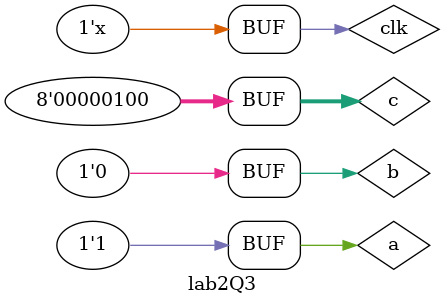
<source format=v>
`timescale 1ns / 1ps


module lab2Q3();
    reg         clk;
    reg         a;
    reg         b;
    reg [7:0]   c;

    initial begin
        clk = 1;
        a = 1;
        b = 0;    
        c = 8'b0;
        c = c + 1;
        #20;
        b = ~b;
        #10;
        b = ~b;
        #10;
        c = c + 1;
        #20;
        a = ~a;
        b = ~b;
        #20;
        a = ~a;
        c = c + 1;
        #40;
        a = ~a;
        b = ~b;
        #10;
        b = ~b;
        #10;
        a =~a;
        c = c + 1;
        #20;
        b = ~b;
    end
    always #10 clk = ~clk;

endmodule

</source>
